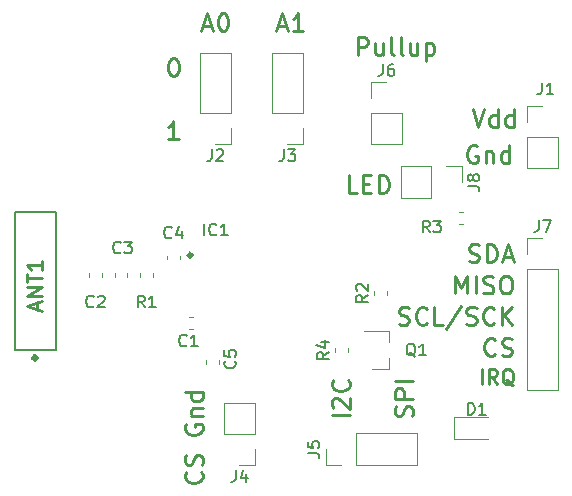
<source format=gbr>
G04 #@! TF.GenerationSoftware,KiCad,Pcbnew,(5.1.5)-2*
G04 #@! TF.CreationDate,2020-04-02T22:08:23-06:00*
G04 #@! TF.ProjectId,AS3935,41533339-3335-42e6-9b69-6361645f7063,rev?*
G04 #@! TF.SameCoordinates,Original*
G04 #@! TF.FileFunction,Legend,Top*
G04 #@! TF.FilePolarity,Positive*
%FSLAX46Y46*%
G04 Gerber Fmt 4.6, Leading zero omitted, Abs format (unit mm)*
G04 Created by KiCad (PCBNEW (5.1.5)-2) date 2020-04-02 22:08:23*
%MOMM*%
%LPD*%
G04 APERTURE LIST*
%ADD10C,0.250000*%
%ADD11C,0.120000*%
%ADD12C,0.325000*%
%ADD13C,0.400000*%
%ADD14C,0.200000*%
%ADD15C,0.150000*%
%ADD16C,0.254000*%
%ADD17C,0.100000*%
%ADD18R,1.002000X0.902000*%
%ADD19O,1.802000X1.802000*%
%ADD20R,1.802000X1.802000*%
%ADD21R,2.902000X2.902000*%
%ADD22R,0.452000X0.902000*%
%ADD23R,0.902000X0.452000*%
%ADD24R,3.302000X1.402000*%
G04 APERTURE END LIST*
D10*
X126289714Y-64940571D02*
X125575428Y-64940571D01*
X125575428Y-63440571D01*
X126789714Y-64154857D02*
X127289714Y-64154857D01*
X127504000Y-64940571D02*
X126789714Y-64940571D01*
X126789714Y-63440571D01*
X127504000Y-63440571D01*
X128146857Y-64940571D02*
X128146857Y-63440571D01*
X128504000Y-63440571D01*
X128718285Y-63512000D01*
X128861142Y-63654857D01*
X128932571Y-63797714D01*
X129004000Y-64083428D01*
X129004000Y-64297714D01*
X128932571Y-64583428D01*
X128861142Y-64726285D01*
X128718285Y-64869142D01*
X128504000Y-64940571D01*
X128146857Y-64940571D01*
X136449714Y-60972000D02*
X136306857Y-60900571D01*
X136092571Y-60900571D01*
X135878285Y-60972000D01*
X135735428Y-61114857D01*
X135664000Y-61257714D01*
X135592571Y-61543428D01*
X135592571Y-61757714D01*
X135664000Y-62043428D01*
X135735428Y-62186285D01*
X135878285Y-62329142D01*
X136092571Y-62400571D01*
X136235428Y-62400571D01*
X136449714Y-62329142D01*
X136521142Y-62257714D01*
X136521142Y-61757714D01*
X136235428Y-61757714D01*
X137164000Y-61400571D02*
X137164000Y-62400571D01*
X137164000Y-61543428D02*
X137235428Y-61472000D01*
X137378285Y-61400571D01*
X137592571Y-61400571D01*
X137735428Y-61472000D01*
X137806857Y-61614857D01*
X137806857Y-62400571D01*
X139164000Y-62400571D02*
X139164000Y-60900571D01*
X139164000Y-62329142D02*
X139021142Y-62400571D01*
X138735428Y-62400571D01*
X138592571Y-62329142D01*
X138521142Y-62257714D01*
X138449714Y-62114857D01*
X138449714Y-61686285D01*
X138521142Y-61543428D01*
X138592571Y-61472000D01*
X138735428Y-61400571D01*
X139021142Y-61400571D01*
X139164000Y-61472000D01*
X136064857Y-57852571D02*
X136564857Y-59352571D01*
X137064857Y-57852571D01*
X138207714Y-59352571D02*
X138207714Y-57852571D01*
X138207714Y-59281142D02*
X138064857Y-59352571D01*
X137779142Y-59352571D01*
X137636285Y-59281142D01*
X137564857Y-59209714D01*
X137493428Y-59066857D01*
X137493428Y-58638285D01*
X137564857Y-58495428D01*
X137636285Y-58424000D01*
X137779142Y-58352571D01*
X138064857Y-58352571D01*
X138207714Y-58424000D01*
X139564857Y-59352571D02*
X139564857Y-57852571D01*
X139564857Y-59281142D02*
X139422000Y-59352571D01*
X139136285Y-59352571D01*
X138993428Y-59281142D01*
X138922000Y-59209714D01*
X138850571Y-59066857D01*
X138850571Y-58638285D01*
X138922000Y-58495428D01*
X138993428Y-58424000D01*
X139136285Y-58352571D01*
X139422000Y-58352571D01*
X139564857Y-58424000D01*
X136834286Y-81083476D02*
X136834286Y-79833476D01*
X138143809Y-81083476D02*
X137727143Y-80488238D01*
X137429524Y-81083476D02*
X137429524Y-79833476D01*
X137905714Y-79833476D01*
X138024762Y-79893000D01*
X138084286Y-79952523D01*
X138143809Y-80071571D01*
X138143809Y-80250142D01*
X138084286Y-80369190D01*
X138024762Y-80428714D01*
X137905714Y-80488238D01*
X137429524Y-80488238D01*
X139512857Y-81202523D02*
X139393809Y-81143000D01*
X139274762Y-81023952D01*
X139096190Y-80845380D01*
X138977143Y-80785857D01*
X138858095Y-80785857D01*
X138917619Y-81083476D02*
X138798571Y-81023952D01*
X138679524Y-80904904D01*
X138620000Y-80666809D01*
X138620000Y-80250142D01*
X138679524Y-80012047D01*
X138798571Y-79893000D01*
X138917619Y-79833476D01*
X139155714Y-79833476D01*
X139274762Y-79893000D01*
X139393809Y-80012047D01*
X139453333Y-80250142D01*
X139453333Y-80666809D01*
X139393809Y-80904904D01*
X139274762Y-81023952D01*
X139155714Y-81083476D01*
X138917619Y-81083476D01*
X137977143Y-78585214D02*
X137905714Y-78656642D01*
X137691428Y-78728071D01*
X137548571Y-78728071D01*
X137334285Y-78656642D01*
X137191428Y-78513785D01*
X137120000Y-78370928D01*
X137048571Y-78085214D01*
X137048571Y-77870928D01*
X137120000Y-77585214D01*
X137191428Y-77442357D01*
X137334285Y-77299500D01*
X137548571Y-77228071D01*
X137691428Y-77228071D01*
X137905714Y-77299500D01*
X137977143Y-77370928D01*
X138548571Y-78656642D02*
X138762857Y-78728071D01*
X139120000Y-78728071D01*
X139262857Y-78656642D01*
X139334285Y-78585214D01*
X139405714Y-78442357D01*
X139405714Y-78299500D01*
X139334285Y-78156642D01*
X139262857Y-78085214D01*
X139120000Y-78013785D01*
X138834285Y-77942357D01*
X138691428Y-77870928D01*
X138620000Y-77799500D01*
X138548571Y-77656642D01*
X138548571Y-77513785D01*
X138620000Y-77370928D01*
X138691428Y-77299500D01*
X138834285Y-77228071D01*
X139191428Y-77228071D01*
X139405714Y-77299500D01*
X129834285Y-76008142D02*
X130048571Y-76079571D01*
X130405714Y-76079571D01*
X130548571Y-76008142D01*
X130620000Y-75936714D01*
X130691428Y-75793857D01*
X130691428Y-75651000D01*
X130620000Y-75508142D01*
X130548571Y-75436714D01*
X130405714Y-75365285D01*
X130120000Y-75293857D01*
X129977142Y-75222428D01*
X129905714Y-75151000D01*
X129834285Y-75008142D01*
X129834285Y-74865285D01*
X129905714Y-74722428D01*
X129977142Y-74651000D01*
X130120000Y-74579571D01*
X130477142Y-74579571D01*
X130691428Y-74651000D01*
X132191428Y-75936714D02*
X132120000Y-76008142D01*
X131905714Y-76079571D01*
X131762857Y-76079571D01*
X131548571Y-76008142D01*
X131405714Y-75865285D01*
X131334285Y-75722428D01*
X131262857Y-75436714D01*
X131262857Y-75222428D01*
X131334285Y-74936714D01*
X131405714Y-74793857D01*
X131548571Y-74651000D01*
X131762857Y-74579571D01*
X131905714Y-74579571D01*
X132120000Y-74651000D01*
X132191428Y-74722428D01*
X133548571Y-76079571D02*
X132834285Y-76079571D01*
X132834285Y-74579571D01*
X135120000Y-74508142D02*
X133834285Y-76436714D01*
X135548571Y-76008142D02*
X135762857Y-76079571D01*
X136120000Y-76079571D01*
X136262857Y-76008142D01*
X136334285Y-75936714D01*
X136405714Y-75793857D01*
X136405714Y-75651000D01*
X136334285Y-75508142D01*
X136262857Y-75436714D01*
X136120000Y-75365285D01*
X135834285Y-75293857D01*
X135691428Y-75222428D01*
X135620000Y-75151000D01*
X135548571Y-75008142D01*
X135548571Y-74865285D01*
X135620000Y-74722428D01*
X135691428Y-74651000D01*
X135834285Y-74579571D01*
X136191428Y-74579571D01*
X136405714Y-74651000D01*
X137905714Y-75936714D02*
X137834285Y-76008142D01*
X137620000Y-76079571D01*
X137477142Y-76079571D01*
X137262857Y-76008142D01*
X137120000Y-75865285D01*
X137048571Y-75722428D01*
X136977142Y-75436714D01*
X136977142Y-75222428D01*
X137048571Y-74936714D01*
X137120000Y-74793857D01*
X137262857Y-74651000D01*
X137477142Y-74579571D01*
X137620000Y-74579571D01*
X137834285Y-74651000D01*
X137905714Y-74722428D01*
X138548571Y-76079571D02*
X138548571Y-74579571D01*
X139405714Y-76079571D02*
X138762857Y-75222428D01*
X139405714Y-74579571D02*
X138548571Y-75436714D01*
X134620000Y-73431071D02*
X134620000Y-71931071D01*
X135120000Y-73002500D01*
X135620000Y-71931071D01*
X135620000Y-73431071D01*
X136334285Y-73431071D02*
X136334285Y-71931071D01*
X136977143Y-73359642D02*
X137191428Y-73431071D01*
X137548571Y-73431071D01*
X137691428Y-73359642D01*
X137762857Y-73288214D01*
X137834285Y-73145357D01*
X137834285Y-73002500D01*
X137762857Y-72859642D01*
X137691428Y-72788214D01*
X137548571Y-72716785D01*
X137262857Y-72645357D01*
X137120000Y-72573928D01*
X137048571Y-72502500D01*
X136977143Y-72359642D01*
X136977143Y-72216785D01*
X137048571Y-72073928D01*
X137120000Y-72002500D01*
X137262857Y-71931071D01*
X137620000Y-71931071D01*
X137834285Y-72002500D01*
X138762857Y-71931071D02*
X139048571Y-71931071D01*
X139191428Y-72002500D01*
X139334285Y-72145357D01*
X139405714Y-72431071D01*
X139405714Y-72931071D01*
X139334285Y-73216785D01*
X139191428Y-73359642D01*
X139048571Y-73431071D01*
X138762857Y-73431071D01*
X138620000Y-73359642D01*
X138477143Y-73216785D01*
X138405714Y-72931071D01*
X138405714Y-72431071D01*
X138477143Y-72145357D01*
X138620000Y-72002500D01*
X138762857Y-71931071D01*
X135762857Y-70711142D02*
X135977143Y-70782571D01*
X136334286Y-70782571D01*
X136477143Y-70711142D01*
X136548571Y-70639714D01*
X136620000Y-70496857D01*
X136620000Y-70354000D01*
X136548571Y-70211142D01*
X136477143Y-70139714D01*
X136334286Y-70068285D01*
X136048571Y-69996857D01*
X135905714Y-69925428D01*
X135834286Y-69854000D01*
X135762857Y-69711142D01*
X135762857Y-69568285D01*
X135834286Y-69425428D01*
X135905714Y-69354000D01*
X136048571Y-69282571D01*
X136405714Y-69282571D01*
X136620000Y-69354000D01*
X137262857Y-70782571D02*
X137262857Y-69282571D01*
X137620000Y-69282571D01*
X137834286Y-69354000D01*
X137977143Y-69496857D01*
X138048571Y-69639714D01*
X138120000Y-69925428D01*
X138120000Y-70139714D01*
X138048571Y-70425428D01*
X137977143Y-70568285D01*
X137834286Y-70711142D01*
X137620000Y-70782571D01*
X137262857Y-70782571D01*
X138691428Y-70354000D02*
X139405714Y-70354000D01*
X138548571Y-70782571D02*
X139048571Y-69282571D01*
X139548571Y-70782571D01*
X111172571Y-60368571D02*
X110315428Y-60368571D01*
X110744000Y-60368571D02*
X110744000Y-58868571D01*
X110601142Y-59082857D01*
X110458285Y-59225714D01*
X110315428Y-59297142D01*
X110672571Y-53534571D02*
X110815428Y-53534571D01*
X110958285Y-53606000D01*
X111029714Y-53677428D01*
X111101142Y-53820285D01*
X111172571Y-54106000D01*
X111172571Y-54463142D01*
X111101142Y-54748857D01*
X111029714Y-54891714D01*
X110958285Y-54963142D01*
X110815428Y-55034571D01*
X110672571Y-55034571D01*
X110529714Y-54963142D01*
X110458285Y-54891714D01*
X110386857Y-54748857D01*
X110315428Y-54463142D01*
X110315428Y-54106000D01*
X110386857Y-53820285D01*
X110458285Y-53677428D01*
X110529714Y-53606000D01*
X110672571Y-53534571D01*
X119578571Y-50796000D02*
X120292857Y-50796000D01*
X119435714Y-51224571D02*
X119935714Y-49724571D01*
X120435714Y-51224571D01*
X121721428Y-51224571D02*
X120864285Y-51224571D01*
X121292857Y-51224571D02*
X121292857Y-49724571D01*
X121150000Y-49938857D01*
X121007142Y-50081714D01*
X120864285Y-50153142D01*
X113228571Y-50796000D02*
X113942857Y-50796000D01*
X113085714Y-51224571D02*
X113585714Y-49724571D01*
X114085714Y-51224571D01*
X114871428Y-49724571D02*
X115014285Y-49724571D01*
X115157142Y-49796000D01*
X115228571Y-49867428D01*
X115300000Y-50010285D01*
X115371428Y-50296000D01*
X115371428Y-50653142D01*
X115300000Y-50938857D01*
X115228571Y-51081714D01*
X115157142Y-51153142D01*
X115014285Y-51224571D01*
X114871428Y-51224571D01*
X114728571Y-51153142D01*
X114657142Y-51081714D01*
X114585714Y-50938857D01*
X114514285Y-50653142D01*
X114514285Y-50296000D01*
X114585714Y-50010285D01*
X114657142Y-49867428D01*
X114728571Y-49796000D01*
X114871428Y-49724571D01*
X126325714Y-53256571D02*
X126325714Y-51756571D01*
X126897142Y-51756571D01*
X127040000Y-51828000D01*
X127111428Y-51899428D01*
X127182857Y-52042285D01*
X127182857Y-52256571D01*
X127111428Y-52399428D01*
X127040000Y-52470857D01*
X126897142Y-52542285D01*
X126325714Y-52542285D01*
X128468571Y-52256571D02*
X128468571Y-53256571D01*
X127825714Y-52256571D02*
X127825714Y-53042285D01*
X127897142Y-53185142D01*
X128040000Y-53256571D01*
X128254285Y-53256571D01*
X128397142Y-53185142D01*
X128468571Y-53113714D01*
X129397142Y-53256571D02*
X129254285Y-53185142D01*
X129182857Y-53042285D01*
X129182857Y-51756571D01*
X130182857Y-53256571D02*
X130040000Y-53185142D01*
X129968571Y-53042285D01*
X129968571Y-51756571D01*
X131397142Y-52256571D02*
X131397142Y-53256571D01*
X130754285Y-52256571D02*
X130754285Y-53042285D01*
X130825714Y-53185142D01*
X130968571Y-53256571D01*
X131182857Y-53256571D01*
X131325714Y-53185142D01*
X131397142Y-53113714D01*
X132111428Y-52256571D02*
X132111428Y-53756571D01*
X132111428Y-52328000D02*
X132254285Y-52256571D01*
X132540000Y-52256571D01*
X132682857Y-52328000D01*
X132754285Y-52399428D01*
X132825714Y-52542285D01*
X132825714Y-52970857D01*
X132754285Y-53113714D01*
X132682857Y-53185142D01*
X132540000Y-53256571D01*
X132254285Y-53256571D01*
X132111428Y-53185142D01*
X130909142Y-83831714D02*
X130980571Y-83617428D01*
X130980571Y-83260285D01*
X130909142Y-83117428D01*
X130837714Y-83046000D01*
X130694857Y-82974571D01*
X130552000Y-82974571D01*
X130409142Y-83046000D01*
X130337714Y-83117428D01*
X130266285Y-83260285D01*
X130194857Y-83546000D01*
X130123428Y-83688857D01*
X130052000Y-83760285D01*
X129909142Y-83831714D01*
X129766285Y-83831714D01*
X129623428Y-83760285D01*
X129552000Y-83688857D01*
X129480571Y-83546000D01*
X129480571Y-83188857D01*
X129552000Y-82974571D01*
X130980571Y-82331714D02*
X129480571Y-82331714D01*
X129480571Y-81760285D01*
X129552000Y-81617428D01*
X129623428Y-81546000D01*
X129766285Y-81474571D01*
X129980571Y-81474571D01*
X130123428Y-81546000D01*
X130194857Y-81617428D01*
X130266285Y-81760285D01*
X130266285Y-82331714D01*
X130980571Y-80831714D02*
X129480571Y-80831714D01*
X125646571Y-83760285D02*
X124146571Y-83760285D01*
X124289428Y-83117428D02*
X124218000Y-83046000D01*
X124146571Y-82903142D01*
X124146571Y-82546000D01*
X124218000Y-82403142D01*
X124289428Y-82331714D01*
X124432285Y-82260285D01*
X124575142Y-82260285D01*
X124789428Y-82331714D01*
X125646571Y-83188857D01*
X125646571Y-82260285D01*
X125503714Y-80760285D02*
X125575142Y-80831714D01*
X125646571Y-81046000D01*
X125646571Y-81188857D01*
X125575142Y-81403142D01*
X125432285Y-81546000D01*
X125289428Y-81617428D01*
X125003714Y-81688857D01*
X124789428Y-81688857D01*
X124503714Y-81617428D01*
X124360857Y-81546000D01*
X124218000Y-81403142D01*
X124146571Y-81188857D01*
X124146571Y-81046000D01*
X124218000Y-80831714D01*
X124289428Y-80760285D01*
X113057714Y-88526571D02*
X113129142Y-88598000D01*
X113200571Y-88812285D01*
X113200571Y-88955142D01*
X113129142Y-89169428D01*
X112986285Y-89312285D01*
X112843428Y-89383714D01*
X112557714Y-89455142D01*
X112343428Y-89455142D01*
X112057714Y-89383714D01*
X111914857Y-89312285D01*
X111772000Y-89169428D01*
X111700571Y-88955142D01*
X111700571Y-88812285D01*
X111772000Y-88598000D01*
X111843428Y-88526571D01*
X113129142Y-87955142D02*
X113200571Y-87740857D01*
X113200571Y-87383714D01*
X113129142Y-87240857D01*
X113057714Y-87169428D01*
X112914857Y-87098000D01*
X112772000Y-87098000D01*
X112629142Y-87169428D01*
X112557714Y-87240857D01*
X112486285Y-87383714D01*
X112414857Y-87669428D01*
X112343428Y-87812285D01*
X112272000Y-87883714D01*
X112129142Y-87955142D01*
X111986285Y-87955142D01*
X111843428Y-87883714D01*
X111772000Y-87812285D01*
X111700571Y-87669428D01*
X111700571Y-87312285D01*
X111772000Y-87098000D01*
X111772000Y-84526571D02*
X111700571Y-84669428D01*
X111700571Y-84883714D01*
X111772000Y-85098000D01*
X111914857Y-85240857D01*
X112057714Y-85312285D01*
X112343428Y-85383714D01*
X112557714Y-85383714D01*
X112843428Y-85312285D01*
X112986285Y-85240857D01*
X113129142Y-85098000D01*
X113200571Y-84883714D01*
X113200571Y-84740857D01*
X113129142Y-84526571D01*
X113057714Y-84455142D01*
X112557714Y-84455142D01*
X112557714Y-84740857D01*
X112200571Y-83812285D02*
X113200571Y-83812285D01*
X112343428Y-83812285D02*
X112272000Y-83740857D01*
X112200571Y-83598000D01*
X112200571Y-83383714D01*
X112272000Y-83240857D01*
X112414857Y-83169428D01*
X113200571Y-83169428D01*
X113200571Y-81812285D02*
X111700571Y-81812285D01*
X113129142Y-81812285D02*
X113200571Y-81955142D01*
X113200571Y-82240857D01*
X113129142Y-82383714D01*
X113057714Y-82455142D01*
X112914857Y-82526571D01*
X112486285Y-82526571D01*
X112343428Y-82455142D01*
X112272000Y-82383714D01*
X112200571Y-82240857D01*
X112200571Y-81955142D01*
X112272000Y-81812285D01*
D11*
X124458000Y-78069221D02*
X124458000Y-78394779D01*
X125478000Y-78069221D02*
X125478000Y-78394779D01*
X134939721Y-67566000D02*
X135265279Y-67566000D01*
X134939721Y-66546000D02*
X135265279Y-66546000D01*
X129030000Y-79812000D02*
X127570000Y-79812000D01*
X129030000Y-76652000D02*
X126870000Y-76652000D01*
X129030000Y-76652000D02*
X129030000Y-77582000D01*
X129030000Y-79812000D02*
X129030000Y-78882000D01*
X135188000Y-62678000D02*
X135188000Y-64008000D01*
X133858000Y-62678000D02*
X135188000Y-62678000D01*
X132588000Y-62678000D02*
X132588000Y-65338000D01*
X132588000Y-65338000D02*
X129988000Y-65338000D01*
X132588000Y-62678000D02*
X129988000Y-62678000D01*
X129988000Y-62678000D02*
X129988000Y-65338000D01*
X134513000Y-85746000D02*
X137398000Y-85746000D01*
X134513000Y-83926000D02*
X134513000Y-85746000D01*
X137398000Y-83926000D02*
X134513000Y-83926000D01*
X127760000Y-73243221D02*
X127760000Y-73568779D01*
X128780000Y-73243221D02*
X128780000Y-73568779D01*
X107948000Y-71719221D02*
X107948000Y-72044779D01*
X108968000Y-71719221D02*
X108968000Y-72044779D01*
X113536000Y-79085221D02*
X113536000Y-79410779D01*
X114556000Y-79085221D02*
X114556000Y-79410779D01*
X111254000Y-70546279D02*
X111254000Y-70220721D01*
X110234000Y-70546279D02*
X110234000Y-70220721D01*
X105789000Y-71719221D02*
X105789000Y-72044779D01*
X106809000Y-71719221D02*
X106809000Y-72044779D01*
X103630000Y-71719221D02*
X103630000Y-72044779D01*
X104650000Y-71719221D02*
X104650000Y-72044779D01*
X112405279Y-75436000D02*
X112079721Y-75436000D01*
X112405279Y-76456000D02*
X112079721Y-76456000D01*
X140656000Y-68774000D02*
X141986000Y-68774000D01*
X140656000Y-70104000D02*
X140656000Y-68774000D01*
X140656000Y-71374000D02*
X143316000Y-71374000D01*
X143316000Y-71374000D02*
X143316000Y-81594000D01*
X140656000Y-71374000D02*
X140656000Y-81594000D01*
X140656000Y-81594000D02*
X143316000Y-81594000D01*
X127448000Y-55566000D02*
X128778000Y-55566000D01*
X127448000Y-56896000D02*
X127448000Y-55566000D01*
X127448000Y-58166000D02*
X130108000Y-58166000D01*
X130108000Y-58166000D02*
X130108000Y-60766000D01*
X127448000Y-58166000D02*
X127448000Y-60766000D01*
X127448000Y-60766000D02*
X130108000Y-60766000D01*
X123638000Y-87944000D02*
X123638000Y-86614000D01*
X124968000Y-87944000D02*
X123638000Y-87944000D01*
X126238000Y-87944000D02*
X126238000Y-85284000D01*
X126238000Y-85284000D02*
X131378000Y-85284000D01*
X126238000Y-87944000D02*
X131378000Y-87944000D01*
X131378000Y-87944000D02*
X131378000Y-85284000D01*
X117662000Y-87944000D02*
X116332000Y-87944000D01*
X117662000Y-86614000D02*
X117662000Y-87944000D01*
X117662000Y-85344000D02*
X115002000Y-85344000D01*
X115002000Y-85344000D02*
X115002000Y-82744000D01*
X117662000Y-85344000D02*
X117662000Y-82744000D01*
X117662000Y-82744000D02*
X115002000Y-82744000D01*
X121726000Y-60776000D02*
X120396000Y-60776000D01*
X121726000Y-59446000D02*
X121726000Y-60776000D01*
X121726000Y-58176000D02*
X119066000Y-58176000D01*
X119066000Y-58176000D02*
X119066000Y-53036000D01*
X121726000Y-58176000D02*
X121726000Y-53036000D01*
X121726000Y-53036000D02*
X119066000Y-53036000D01*
X115630000Y-60776000D02*
X114300000Y-60776000D01*
X115630000Y-59446000D02*
X115630000Y-60776000D01*
X115630000Y-58176000D02*
X112970000Y-58176000D01*
X112970000Y-58176000D02*
X112970000Y-53036000D01*
X115630000Y-58176000D02*
X115630000Y-53036000D01*
X115630000Y-53036000D02*
X112970000Y-53036000D01*
X140656000Y-57598000D02*
X141986000Y-57598000D01*
X140656000Y-58928000D02*
X140656000Y-57598000D01*
X140656000Y-60198000D02*
X143316000Y-60198000D01*
X143316000Y-60198000D02*
X143316000Y-62798000D01*
X140656000Y-60198000D02*
X140656000Y-62798000D01*
X140656000Y-62798000D02*
X143316000Y-62798000D01*
D12*
X112316000Y-70186000D02*
G75*
G03X112316000Y-70186000I-162500J0D01*
G01*
D13*
X99142690Y-78885000D02*
G75*
G03X99142690Y-78885000I-141690J0D01*
G01*
D14*
X97310000Y-66540000D02*
X97310000Y-78240000D01*
X100810000Y-66540000D02*
X97310000Y-66540000D01*
X100810000Y-78240000D02*
X100810000Y-66540000D01*
X97310000Y-78240000D02*
X100810000Y-78240000D01*
D15*
X123896380Y-78398666D02*
X123420190Y-78732000D01*
X123896380Y-78970095D02*
X122896380Y-78970095D01*
X122896380Y-78589142D01*
X122944000Y-78493904D01*
X122991619Y-78446285D01*
X123086857Y-78398666D01*
X123229714Y-78398666D01*
X123324952Y-78446285D01*
X123372571Y-78493904D01*
X123420190Y-78589142D01*
X123420190Y-78970095D01*
X123229714Y-77541523D02*
X123896380Y-77541523D01*
X122848761Y-77779619D02*
X123563047Y-78017714D01*
X123563047Y-77398666D01*
X132421333Y-68270380D02*
X132088000Y-67794190D01*
X131849904Y-68270380D02*
X131849904Y-67270380D01*
X132230857Y-67270380D01*
X132326095Y-67318000D01*
X132373714Y-67365619D01*
X132421333Y-67460857D01*
X132421333Y-67603714D01*
X132373714Y-67698952D01*
X132326095Y-67746571D01*
X132230857Y-67794190D01*
X131849904Y-67794190D01*
X132754666Y-67270380D02*
X133373714Y-67270380D01*
X133040380Y-67651333D01*
X133183238Y-67651333D01*
X133278476Y-67698952D01*
X133326095Y-67746571D01*
X133373714Y-67841809D01*
X133373714Y-68079904D01*
X133326095Y-68175142D01*
X133278476Y-68222761D01*
X133183238Y-68270380D01*
X132897523Y-68270380D01*
X132802285Y-68222761D01*
X132754666Y-68175142D01*
X131222761Y-78779619D02*
X131127523Y-78732000D01*
X131032285Y-78636761D01*
X130889428Y-78493904D01*
X130794190Y-78446285D01*
X130698952Y-78446285D01*
X130746571Y-78684380D02*
X130651333Y-78636761D01*
X130556095Y-78541523D01*
X130508476Y-78351047D01*
X130508476Y-78017714D01*
X130556095Y-77827238D01*
X130651333Y-77732000D01*
X130746571Y-77684380D01*
X130937047Y-77684380D01*
X131032285Y-77732000D01*
X131127523Y-77827238D01*
X131175142Y-78017714D01*
X131175142Y-78351047D01*
X131127523Y-78541523D01*
X131032285Y-78636761D01*
X130937047Y-78684380D01*
X130746571Y-78684380D01*
X132127523Y-78684380D02*
X131556095Y-78684380D01*
X131841809Y-78684380D02*
X131841809Y-77684380D01*
X131746571Y-77827238D01*
X131651333Y-77922476D01*
X131556095Y-77970095D01*
X135640380Y-64341333D02*
X136354666Y-64341333D01*
X136497523Y-64388952D01*
X136592761Y-64484190D01*
X136640380Y-64627047D01*
X136640380Y-64722285D01*
X136068952Y-63722285D02*
X136021333Y-63817523D01*
X135973714Y-63865142D01*
X135878476Y-63912761D01*
X135830857Y-63912761D01*
X135735619Y-63865142D01*
X135688000Y-63817523D01*
X135640380Y-63722285D01*
X135640380Y-63531809D01*
X135688000Y-63436571D01*
X135735619Y-63388952D01*
X135830857Y-63341333D01*
X135878476Y-63341333D01*
X135973714Y-63388952D01*
X136021333Y-63436571D01*
X136068952Y-63531809D01*
X136068952Y-63722285D01*
X136116571Y-63817523D01*
X136164190Y-63865142D01*
X136259428Y-63912761D01*
X136449904Y-63912761D01*
X136545142Y-63865142D01*
X136592761Y-63817523D01*
X136640380Y-63722285D01*
X136640380Y-63531809D01*
X136592761Y-63436571D01*
X136545142Y-63388952D01*
X136449904Y-63341333D01*
X136259428Y-63341333D01*
X136164190Y-63388952D01*
X136116571Y-63436571D01*
X136068952Y-63531809D01*
X135659904Y-83688380D02*
X135659904Y-82688380D01*
X135898000Y-82688380D01*
X136040857Y-82736000D01*
X136136095Y-82831238D01*
X136183714Y-82926476D01*
X136231333Y-83116952D01*
X136231333Y-83259809D01*
X136183714Y-83450285D01*
X136136095Y-83545523D01*
X136040857Y-83640761D01*
X135898000Y-83688380D01*
X135659904Y-83688380D01*
X137183714Y-83688380D02*
X136612285Y-83688380D01*
X136898000Y-83688380D02*
X136898000Y-82688380D01*
X136802761Y-82831238D01*
X136707523Y-82926476D01*
X136612285Y-82974095D01*
X127198380Y-73572666D02*
X126722190Y-73906000D01*
X127198380Y-74144095D02*
X126198380Y-74144095D01*
X126198380Y-73763142D01*
X126246000Y-73667904D01*
X126293619Y-73620285D01*
X126388857Y-73572666D01*
X126531714Y-73572666D01*
X126626952Y-73620285D01*
X126674571Y-73667904D01*
X126722190Y-73763142D01*
X126722190Y-74144095D01*
X126293619Y-73191714D02*
X126246000Y-73144095D01*
X126198380Y-73048857D01*
X126198380Y-72810761D01*
X126246000Y-72715523D01*
X126293619Y-72667904D01*
X126388857Y-72620285D01*
X126484095Y-72620285D01*
X126626952Y-72667904D01*
X127198380Y-73239333D01*
X127198380Y-72620285D01*
X108291333Y-74620380D02*
X107958000Y-74144190D01*
X107719904Y-74620380D02*
X107719904Y-73620380D01*
X108100857Y-73620380D01*
X108196095Y-73668000D01*
X108243714Y-73715619D01*
X108291333Y-73810857D01*
X108291333Y-73953714D01*
X108243714Y-74048952D01*
X108196095Y-74096571D01*
X108100857Y-74144190D01*
X107719904Y-74144190D01*
X109243714Y-74620380D02*
X108672285Y-74620380D01*
X108958000Y-74620380D02*
X108958000Y-73620380D01*
X108862761Y-73763238D01*
X108767523Y-73858476D01*
X108672285Y-73906095D01*
X115927142Y-79160666D02*
X115974761Y-79208285D01*
X116022380Y-79351142D01*
X116022380Y-79446380D01*
X115974761Y-79589238D01*
X115879523Y-79684476D01*
X115784285Y-79732095D01*
X115593809Y-79779714D01*
X115450952Y-79779714D01*
X115260476Y-79732095D01*
X115165238Y-79684476D01*
X115070000Y-79589238D01*
X115022380Y-79446380D01*
X115022380Y-79351142D01*
X115070000Y-79208285D01*
X115117619Y-79160666D01*
X115022380Y-78255904D02*
X115022380Y-78732095D01*
X115498571Y-78779714D01*
X115450952Y-78732095D01*
X115403333Y-78636857D01*
X115403333Y-78398761D01*
X115450952Y-78303523D01*
X115498571Y-78255904D01*
X115593809Y-78208285D01*
X115831904Y-78208285D01*
X115927142Y-78255904D01*
X115974761Y-78303523D01*
X116022380Y-78398761D01*
X116022380Y-78636857D01*
X115974761Y-78732095D01*
X115927142Y-78779714D01*
X110577333Y-68683142D02*
X110529714Y-68730761D01*
X110386857Y-68778380D01*
X110291619Y-68778380D01*
X110148761Y-68730761D01*
X110053523Y-68635523D01*
X110005904Y-68540285D01*
X109958285Y-68349809D01*
X109958285Y-68206952D01*
X110005904Y-68016476D01*
X110053523Y-67921238D01*
X110148761Y-67826000D01*
X110291619Y-67778380D01*
X110386857Y-67778380D01*
X110529714Y-67826000D01*
X110577333Y-67873619D01*
X111434476Y-68111714D02*
X111434476Y-68778380D01*
X111196380Y-67730761D02*
X110958285Y-68445047D01*
X111577333Y-68445047D01*
X106259333Y-69953142D02*
X106211714Y-70000761D01*
X106068857Y-70048380D01*
X105973619Y-70048380D01*
X105830761Y-70000761D01*
X105735523Y-69905523D01*
X105687904Y-69810285D01*
X105640285Y-69619809D01*
X105640285Y-69476952D01*
X105687904Y-69286476D01*
X105735523Y-69191238D01*
X105830761Y-69096000D01*
X105973619Y-69048380D01*
X106068857Y-69048380D01*
X106211714Y-69096000D01*
X106259333Y-69143619D01*
X106592666Y-69048380D02*
X107211714Y-69048380D01*
X106878380Y-69429333D01*
X107021238Y-69429333D01*
X107116476Y-69476952D01*
X107164095Y-69524571D01*
X107211714Y-69619809D01*
X107211714Y-69857904D01*
X107164095Y-69953142D01*
X107116476Y-70000761D01*
X107021238Y-70048380D01*
X106735523Y-70048380D01*
X106640285Y-70000761D01*
X106592666Y-69953142D01*
X103973333Y-74525142D02*
X103925714Y-74572761D01*
X103782857Y-74620380D01*
X103687619Y-74620380D01*
X103544761Y-74572761D01*
X103449523Y-74477523D01*
X103401904Y-74382285D01*
X103354285Y-74191809D01*
X103354285Y-74048952D01*
X103401904Y-73858476D01*
X103449523Y-73763238D01*
X103544761Y-73668000D01*
X103687619Y-73620380D01*
X103782857Y-73620380D01*
X103925714Y-73668000D01*
X103973333Y-73715619D01*
X104354285Y-73715619D02*
X104401904Y-73668000D01*
X104497142Y-73620380D01*
X104735238Y-73620380D01*
X104830476Y-73668000D01*
X104878095Y-73715619D01*
X104925714Y-73810857D01*
X104925714Y-73906095D01*
X104878095Y-74048952D01*
X104306666Y-74620380D01*
X104925714Y-74620380D01*
X111847333Y-77827142D02*
X111799714Y-77874761D01*
X111656857Y-77922380D01*
X111561619Y-77922380D01*
X111418761Y-77874761D01*
X111323523Y-77779523D01*
X111275904Y-77684285D01*
X111228285Y-77493809D01*
X111228285Y-77350952D01*
X111275904Y-77160476D01*
X111323523Y-77065238D01*
X111418761Y-76970000D01*
X111561619Y-76922380D01*
X111656857Y-76922380D01*
X111799714Y-76970000D01*
X111847333Y-77017619D01*
X112799714Y-77922380D02*
X112228285Y-77922380D01*
X112514000Y-77922380D02*
X112514000Y-76922380D01*
X112418761Y-77065238D01*
X112323523Y-77160476D01*
X112228285Y-77208095D01*
X141652666Y-67226380D02*
X141652666Y-67940666D01*
X141605047Y-68083523D01*
X141509809Y-68178761D01*
X141366952Y-68226380D01*
X141271714Y-68226380D01*
X142033619Y-67226380D02*
X142700285Y-67226380D01*
X142271714Y-68226380D01*
X128444666Y-54018380D02*
X128444666Y-54732666D01*
X128397047Y-54875523D01*
X128301809Y-54970761D01*
X128158952Y-55018380D01*
X128063714Y-55018380D01*
X129349428Y-54018380D02*
X129158952Y-54018380D01*
X129063714Y-54066000D01*
X129016095Y-54113619D01*
X128920857Y-54256476D01*
X128873238Y-54446952D01*
X128873238Y-54827904D01*
X128920857Y-54923142D01*
X128968476Y-54970761D01*
X129063714Y-55018380D01*
X129254190Y-55018380D01*
X129349428Y-54970761D01*
X129397047Y-54923142D01*
X129444666Y-54827904D01*
X129444666Y-54589809D01*
X129397047Y-54494571D01*
X129349428Y-54446952D01*
X129254190Y-54399333D01*
X129063714Y-54399333D01*
X128968476Y-54446952D01*
X128920857Y-54494571D01*
X128873238Y-54589809D01*
X122090380Y-86947333D02*
X122804666Y-86947333D01*
X122947523Y-86994952D01*
X123042761Y-87090190D01*
X123090380Y-87233047D01*
X123090380Y-87328285D01*
X122090380Y-85994952D02*
X122090380Y-86471142D01*
X122566571Y-86518761D01*
X122518952Y-86471142D01*
X122471333Y-86375904D01*
X122471333Y-86137809D01*
X122518952Y-86042571D01*
X122566571Y-85994952D01*
X122661809Y-85947333D01*
X122899904Y-85947333D01*
X122995142Y-85994952D01*
X123042761Y-86042571D01*
X123090380Y-86137809D01*
X123090380Y-86375904D01*
X123042761Y-86471142D01*
X122995142Y-86518761D01*
X115998666Y-88396380D02*
X115998666Y-89110666D01*
X115951047Y-89253523D01*
X115855809Y-89348761D01*
X115712952Y-89396380D01*
X115617714Y-89396380D01*
X116903428Y-88729714D02*
X116903428Y-89396380D01*
X116665333Y-88348761D02*
X116427238Y-89063047D01*
X117046285Y-89063047D01*
X120062666Y-61228380D02*
X120062666Y-61942666D01*
X120015047Y-62085523D01*
X119919809Y-62180761D01*
X119776952Y-62228380D01*
X119681714Y-62228380D01*
X120443619Y-61228380D02*
X121062666Y-61228380D01*
X120729333Y-61609333D01*
X120872190Y-61609333D01*
X120967428Y-61656952D01*
X121015047Y-61704571D01*
X121062666Y-61799809D01*
X121062666Y-62037904D01*
X121015047Y-62133142D01*
X120967428Y-62180761D01*
X120872190Y-62228380D01*
X120586476Y-62228380D01*
X120491238Y-62180761D01*
X120443619Y-62133142D01*
X113966666Y-61228380D02*
X113966666Y-61942666D01*
X113919047Y-62085523D01*
X113823809Y-62180761D01*
X113680952Y-62228380D01*
X113585714Y-62228380D01*
X114395238Y-61323619D02*
X114442857Y-61276000D01*
X114538095Y-61228380D01*
X114776190Y-61228380D01*
X114871428Y-61276000D01*
X114919047Y-61323619D01*
X114966666Y-61418857D01*
X114966666Y-61514095D01*
X114919047Y-61656952D01*
X114347619Y-62228380D01*
X114966666Y-62228380D01*
X141906666Y-55586380D02*
X141906666Y-56300666D01*
X141859047Y-56443523D01*
X141763809Y-56538761D01*
X141620952Y-56586380D01*
X141525714Y-56586380D01*
X142906666Y-56586380D02*
X142335238Y-56586380D01*
X142620952Y-56586380D02*
X142620952Y-55586380D01*
X142525714Y-55729238D01*
X142430476Y-55824476D01*
X142335238Y-55872095D01*
X113323809Y-68524380D02*
X113323809Y-67524380D01*
X114371428Y-68429142D02*
X114323809Y-68476761D01*
X114180952Y-68524380D01*
X114085714Y-68524380D01*
X113942857Y-68476761D01*
X113847619Y-68381523D01*
X113800000Y-68286285D01*
X113752380Y-68095809D01*
X113752380Y-67952952D01*
X113800000Y-67762476D01*
X113847619Y-67667238D01*
X113942857Y-67572000D01*
X114085714Y-67524380D01*
X114180952Y-67524380D01*
X114323809Y-67572000D01*
X114371428Y-67619619D01*
X115323809Y-68524380D02*
X114752380Y-68524380D01*
X115038095Y-68524380D02*
X115038095Y-67524380D01*
X114942857Y-67667238D01*
X114847619Y-67762476D01*
X114752380Y-67810095D01*
D16*
X99209446Y-74800010D02*
X99209446Y-74195248D01*
X99572303Y-74920962D02*
X98302303Y-74497629D01*
X99572303Y-74074296D01*
X99572303Y-73650962D02*
X98302303Y-73650962D01*
X99572303Y-72925248D01*
X98302303Y-72925248D01*
X98302303Y-72501915D02*
X98302303Y-71776200D01*
X99572303Y-72139058D02*
X98302303Y-72139058D01*
X99572303Y-70687629D02*
X99572303Y-71413343D01*
X99572303Y-71050486D02*
X98302303Y-71050486D01*
X98483732Y-71171439D01*
X98604684Y-71292391D01*
X98665160Y-71413343D01*
%LPC*%
D17*
G36*
X125273691Y-78532176D02*
G01*
X125297401Y-78535693D01*
X125320652Y-78541517D01*
X125343220Y-78549592D01*
X125364889Y-78559841D01*
X125385448Y-78572164D01*
X125404701Y-78586442D01*
X125422461Y-78602539D01*
X125438558Y-78620299D01*
X125452836Y-78639552D01*
X125465159Y-78660111D01*
X125475408Y-78681780D01*
X125483483Y-78704348D01*
X125489307Y-78727599D01*
X125492824Y-78751309D01*
X125494000Y-78775250D01*
X125494000Y-79263750D01*
X125492824Y-79287691D01*
X125489307Y-79311401D01*
X125483483Y-79334652D01*
X125475408Y-79357220D01*
X125465159Y-79378889D01*
X125452836Y-79399448D01*
X125438558Y-79418701D01*
X125422461Y-79436461D01*
X125404701Y-79452558D01*
X125385448Y-79466836D01*
X125364889Y-79479159D01*
X125343220Y-79489408D01*
X125320652Y-79497483D01*
X125297401Y-79503307D01*
X125273691Y-79506824D01*
X125249750Y-79508000D01*
X124686250Y-79508000D01*
X124662309Y-79506824D01*
X124638599Y-79503307D01*
X124615348Y-79497483D01*
X124592780Y-79489408D01*
X124571111Y-79479159D01*
X124550552Y-79466836D01*
X124531299Y-79452558D01*
X124513539Y-79436461D01*
X124497442Y-79418701D01*
X124483164Y-79399448D01*
X124470841Y-79378889D01*
X124460592Y-79357220D01*
X124452517Y-79334652D01*
X124446693Y-79311401D01*
X124443176Y-79287691D01*
X124442000Y-79263750D01*
X124442000Y-78775250D01*
X124443176Y-78751309D01*
X124446693Y-78727599D01*
X124452517Y-78704348D01*
X124460592Y-78681780D01*
X124470841Y-78660111D01*
X124483164Y-78639552D01*
X124497442Y-78620299D01*
X124513539Y-78602539D01*
X124531299Y-78586442D01*
X124550552Y-78572164D01*
X124571111Y-78559841D01*
X124592780Y-78549592D01*
X124615348Y-78541517D01*
X124638599Y-78535693D01*
X124662309Y-78532176D01*
X124686250Y-78531000D01*
X125249750Y-78531000D01*
X125273691Y-78532176D01*
G37*
G36*
X125273691Y-76957176D02*
G01*
X125297401Y-76960693D01*
X125320652Y-76966517D01*
X125343220Y-76974592D01*
X125364889Y-76984841D01*
X125385448Y-76997164D01*
X125404701Y-77011442D01*
X125422461Y-77027539D01*
X125438558Y-77045299D01*
X125452836Y-77064552D01*
X125465159Y-77085111D01*
X125475408Y-77106780D01*
X125483483Y-77129348D01*
X125489307Y-77152599D01*
X125492824Y-77176309D01*
X125494000Y-77200250D01*
X125494000Y-77688750D01*
X125492824Y-77712691D01*
X125489307Y-77736401D01*
X125483483Y-77759652D01*
X125475408Y-77782220D01*
X125465159Y-77803889D01*
X125452836Y-77824448D01*
X125438558Y-77843701D01*
X125422461Y-77861461D01*
X125404701Y-77877558D01*
X125385448Y-77891836D01*
X125364889Y-77904159D01*
X125343220Y-77914408D01*
X125320652Y-77922483D01*
X125297401Y-77928307D01*
X125273691Y-77931824D01*
X125249750Y-77933000D01*
X124686250Y-77933000D01*
X124662309Y-77931824D01*
X124638599Y-77928307D01*
X124615348Y-77922483D01*
X124592780Y-77914408D01*
X124571111Y-77904159D01*
X124550552Y-77891836D01*
X124531299Y-77877558D01*
X124513539Y-77861461D01*
X124497442Y-77843701D01*
X124483164Y-77824448D01*
X124470841Y-77803889D01*
X124460592Y-77782220D01*
X124452517Y-77759652D01*
X124446693Y-77736401D01*
X124443176Y-77712691D01*
X124442000Y-77688750D01*
X124442000Y-77200250D01*
X124443176Y-77176309D01*
X124446693Y-77152599D01*
X124452517Y-77129348D01*
X124460592Y-77106780D01*
X124470841Y-77085111D01*
X124483164Y-77064552D01*
X124497442Y-77045299D01*
X124513539Y-77027539D01*
X124531299Y-77011442D01*
X124550552Y-76997164D01*
X124571111Y-76984841D01*
X124592780Y-76974592D01*
X124615348Y-76966517D01*
X124638599Y-76960693D01*
X124662309Y-76957176D01*
X124686250Y-76956000D01*
X125249750Y-76956000D01*
X125273691Y-76957176D01*
G37*
G36*
X136158191Y-66531176D02*
G01*
X136181901Y-66534693D01*
X136205152Y-66540517D01*
X136227720Y-66548592D01*
X136249389Y-66558841D01*
X136269948Y-66571164D01*
X136289201Y-66585442D01*
X136306961Y-66601539D01*
X136323058Y-66619299D01*
X136337336Y-66638552D01*
X136349659Y-66659111D01*
X136359908Y-66680780D01*
X136367983Y-66703348D01*
X136373807Y-66726599D01*
X136377324Y-66750309D01*
X136378500Y-66774250D01*
X136378500Y-67337750D01*
X136377324Y-67361691D01*
X136373807Y-67385401D01*
X136367983Y-67408652D01*
X136359908Y-67431220D01*
X136349659Y-67452889D01*
X136337336Y-67473448D01*
X136323058Y-67492701D01*
X136306961Y-67510461D01*
X136289201Y-67526558D01*
X136269948Y-67540836D01*
X136249389Y-67553159D01*
X136227720Y-67563408D01*
X136205152Y-67571483D01*
X136181901Y-67577307D01*
X136158191Y-67580824D01*
X136134250Y-67582000D01*
X135645750Y-67582000D01*
X135621809Y-67580824D01*
X135598099Y-67577307D01*
X135574848Y-67571483D01*
X135552280Y-67563408D01*
X135530611Y-67553159D01*
X135510052Y-67540836D01*
X135490799Y-67526558D01*
X135473039Y-67510461D01*
X135456942Y-67492701D01*
X135442664Y-67473448D01*
X135430341Y-67452889D01*
X135420092Y-67431220D01*
X135412017Y-67408652D01*
X135406193Y-67385401D01*
X135402676Y-67361691D01*
X135401500Y-67337750D01*
X135401500Y-66774250D01*
X135402676Y-66750309D01*
X135406193Y-66726599D01*
X135412017Y-66703348D01*
X135420092Y-66680780D01*
X135430341Y-66659111D01*
X135442664Y-66638552D01*
X135456942Y-66619299D01*
X135473039Y-66601539D01*
X135490799Y-66585442D01*
X135510052Y-66571164D01*
X135530611Y-66558841D01*
X135552280Y-66548592D01*
X135574848Y-66540517D01*
X135598099Y-66534693D01*
X135621809Y-66531176D01*
X135645750Y-66530000D01*
X136134250Y-66530000D01*
X136158191Y-66531176D01*
G37*
G36*
X134583191Y-66531176D02*
G01*
X134606901Y-66534693D01*
X134630152Y-66540517D01*
X134652720Y-66548592D01*
X134674389Y-66558841D01*
X134694948Y-66571164D01*
X134714201Y-66585442D01*
X134731961Y-66601539D01*
X134748058Y-66619299D01*
X134762336Y-66638552D01*
X134774659Y-66659111D01*
X134784908Y-66680780D01*
X134792983Y-66703348D01*
X134798807Y-66726599D01*
X134802324Y-66750309D01*
X134803500Y-66774250D01*
X134803500Y-67337750D01*
X134802324Y-67361691D01*
X134798807Y-67385401D01*
X134792983Y-67408652D01*
X134784908Y-67431220D01*
X134774659Y-67452889D01*
X134762336Y-67473448D01*
X134748058Y-67492701D01*
X134731961Y-67510461D01*
X134714201Y-67526558D01*
X134694948Y-67540836D01*
X134674389Y-67553159D01*
X134652720Y-67563408D01*
X134630152Y-67571483D01*
X134606901Y-67577307D01*
X134583191Y-67580824D01*
X134559250Y-67582000D01*
X134070750Y-67582000D01*
X134046809Y-67580824D01*
X134023099Y-67577307D01*
X133999848Y-67571483D01*
X133977280Y-67563408D01*
X133955611Y-67553159D01*
X133935052Y-67540836D01*
X133915799Y-67526558D01*
X133898039Y-67510461D01*
X133881942Y-67492701D01*
X133867664Y-67473448D01*
X133855341Y-67452889D01*
X133845092Y-67431220D01*
X133837017Y-67408652D01*
X133831193Y-67385401D01*
X133827676Y-67361691D01*
X133826500Y-67337750D01*
X133826500Y-66774250D01*
X133827676Y-66750309D01*
X133831193Y-66726599D01*
X133837017Y-66703348D01*
X133845092Y-66680780D01*
X133855341Y-66659111D01*
X133867664Y-66638552D01*
X133881942Y-66619299D01*
X133898039Y-66601539D01*
X133915799Y-66585442D01*
X133935052Y-66571164D01*
X133955611Y-66558841D01*
X133977280Y-66548592D01*
X133999848Y-66540517D01*
X134023099Y-66534693D01*
X134046809Y-66531176D01*
X134070750Y-66530000D01*
X134559250Y-66530000D01*
X134583191Y-66531176D01*
G37*
D18*
X129270000Y-78232000D03*
X127270000Y-79182000D03*
X127270000Y-77282000D03*
D19*
X131318000Y-64008000D03*
D20*
X133858000Y-64008000D03*
D17*
G36*
X137830812Y-84136298D02*
G01*
X137856984Y-84140181D01*
X137882650Y-84146610D01*
X137907562Y-84155523D01*
X137931481Y-84166836D01*
X137954175Y-84180438D01*
X137975427Y-84196200D01*
X137995032Y-84213968D01*
X138012800Y-84233573D01*
X138028562Y-84254825D01*
X138042164Y-84277519D01*
X138053477Y-84301438D01*
X138062390Y-84326350D01*
X138068819Y-84352016D01*
X138072702Y-84378188D01*
X138074000Y-84404615D01*
X138074000Y-85267385D01*
X138072702Y-85293812D01*
X138068819Y-85319984D01*
X138062390Y-85345650D01*
X138053477Y-85370562D01*
X138042164Y-85394481D01*
X138028562Y-85417175D01*
X138012800Y-85438427D01*
X137995032Y-85458032D01*
X137975427Y-85475800D01*
X137954175Y-85491562D01*
X137931481Y-85505164D01*
X137907562Y-85516477D01*
X137882650Y-85525390D01*
X137856984Y-85531819D01*
X137830812Y-85535702D01*
X137804385Y-85537000D01*
X136916615Y-85537000D01*
X136890188Y-85535702D01*
X136864016Y-85531819D01*
X136838350Y-85525390D01*
X136813438Y-85516477D01*
X136789519Y-85505164D01*
X136766825Y-85491562D01*
X136745573Y-85475800D01*
X136725968Y-85458032D01*
X136708200Y-85438427D01*
X136692438Y-85417175D01*
X136678836Y-85394481D01*
X136667523Y-85370562D01*
X136658610Y-85345650D01*
X136652181Y-85319984D01*
X136648298Y-85293812D01*
X136647000Y-85267385D01*
X136647000Y-84404615D01*
X136648298Y-84378188D01*
X136652181Y-84352016D01*
X136658610Y-84326350D01*
X136667523Y-84301438D01*
X136678836Y-84277519D01*
X136692438Y-84254825D01*
X136708200Y-84233573D01*
X136725968Y-84213968D01*
X136745573Y-84196200D01*
X136766825Y-84180438D01*
X136789519Y-84166836D01*
X136813438Y-84155523D01*
X136838350Y-84146610D01*
X136864016Y-84140181D01*
X136890188Y-84136298D01*
X136916615Y-84135000D01*
X137804385Y-84135000D01*
X137830812Y-84136298D01*
G37*
G36*
X135905812Y-84136298D02*
G01*
X135931984Y-84140181D01*
X135957650Y-84146610D01*
X135982562Y-84155523D01*
X136006481Y-84166836D01*
X136029175Y-84180438D01*
X136050427Y-84196200D01*
X136070032Y-84213968D01*
X136087800Y-84233573D01*
X136103562Y-84254825D01*
X136117164Y-84277519D01*
X136128477Y-84301438D01*
X136137390Y-84326350D01*
X136143819Y-84352016D01*
X136147702Y-84378188D01*
X136149000Y-84404615D01*
X136149000Y-85267385D01*
X136147702Y-85293812D01*
X136143819Y-85319984D01*
X136137390Y-85345650D01*
X136128477Y-85370562D01*
X136117164Y-85394481D01*
X136103562Y-85417175D01*
X136087800Y-85438427D01*
X136070032Y-85458032D01*
X136050427Y-85475800D01*
X136029175Y-85491562D01*
X136006481Y-85505164D01*
X135982562Y-85516477D01*
X135957650Y-85525390D01*
X135931984Y-85531819D01*
X135905812Y-85535702D01*
X135879385Y-85537000D01*
X134991615Y-85537000D01*
X134965188Y-85535702D01*
X134939016Y-85531819D01*
X134913350Y-85525390D01*
X134888438Y-85516477D01*
X134864519Y-85505164D01*
X134841825Y-85491562D01*
X134820573Y-85475800D01*
X134800968Y-85458032D01*
X134783200Y-85438427D01*
X134767438Y-85417175D01*
X134753836Y-85394481D01*
X134742523Y-85370562D01*
X134733610Y-85345650D01*
X134727181Y-85319984D01*
X134723298Y-85293812D01*
X134722000Y-85267385D01*
X134722000Y-84404615D01*
X134723298Y-84378188D01*
X134727181Y-84352016D01*
X134733610Y-84326350D01*
X134742523Y-84301438D01*
X134753836Y-84277519D01*
X134767438Y-84254825D01*
X134783200Y-84233573D01*
X134800968Y-84213968D01*
X134820573Y-84196200D01*
X134841825Y-84180438D01*
X134864519Y-84166836D01*
X134888438Y-84155523D01*
X134913350Y-84146610D01*
X134939016Y-84140181D01*
X134965188Y-84136298D01*
X134991615Y-84135000D01*
X135879385Y-84135000D01*
X135905812Y-84136298D01*
G37*
G36*
X128575691Y-73706176D02*
G01*
X128599401Y-73709693D01*
X128622652Y-73715517D01*
X128645220Y-73723592D01*
X128666889Y-73733841D01*
X128687448Y-73746164D01*
X128706701Y-73760442D01*
X128724461Y-73776539D01*
X128740558Y-73794299D01*
X128754836Y-73813552D01*
X128767159Y-73834111D01*
X128777408Y-73855780D01*
X128785483Y-73878348D01*
X128791307Y-73901599D01*
X128794824Y-73925309D01*
X128796000Y-73949250D01*
X128796000Y-74437750D01*
X128794824Y-74461691D01*
X128791307Y-74485401D01*
X128785483Y-74508652D01*
X128777408Y-74531220D01*
X128767159Y-74552889D01*
X128754836Y-74573448D01*
X128740558Y-74592701D01*
X128724461Y-74610461D01*
X128706701Y-74626558D01*
X128687448Y-74640836D01*
X128666889Y-74653159D01*
X128645220Y-74663408D01*
X128622652Y-74671483D01*
X128599401Y-74677307D01*
X128575691Y-74680824D01*
X128551750Y-74682000D01*
X127988250Y-74682000D01*
X127964309Y-74680824D01*
X127940599Y-74677307D01*
X127917348Y-74671483D01*
X127894780Y-74663408D01*
X127873111Y-74653159D01*
X127852552Y-74640836D01*
X127833299Y-74626558D01*
X127815539Y-74610461D01*
X127799442Y-74592701D01*
X127785164Y-74573448D01*
X127772841Y-74552889D01*
X127762592Y-74531220D01*
X127754517Y-74508652D01*
X127748693Y-74485401D01*
X127745176Y-74461691D01*
X127744000Y-74437750D01*
X127744000Y-73949250D01*
X127745176Y-73925309D01*
X127748693Y-73901599D01*
X127754517Y-73878348D01*
X127762592Y-73855780D01*
X127772841Y-73834111D01*
X127785164Y-73813552D01*
X127799442Y-73794299D01*
X127815539Y-73776539D01*
X127833299Y-73760442D01*
X127852552Y-73746164D01*
X127873111Y-73733841D01*
X127894780Y-73723592D01*
X127917348Y-73715517D01*
X127940599Y-73709693D01*
X127964309Y-73706176D01*
X127988250Y-73705000D01*
X128551750Y-73705000D01*
X128575691Y-73706176D01*
G37*
G36*
X128575691Y-72131176D02*
G01*
X128599401Y-72134693D01*
X128622652Y-72140517D01*
X128645220Y-72148592D01*
X128666889Y-72158841D01*
X128687448Y-72171164D01*
X128706701Y-72185442D01*
X128724461Y-72201539D01*
X128740558Y-72219299D01*
X128754836Y-72238552D01*
X128767159Y-72259111D01*
X128777408Y-72280780D01*
X128785483Y-72303348D01*
X128791307Y-72326599D01*
X128794824Y-72350309D01*
X128796000Y-72374250D01*
X128796000Y-72862750D01*
X128794824Y-72886691D01*
X128791307Y-72910401D01*
X128785483Y-72933652D01*
X128777408Y-72956220D01*
X128767159Y-72977889D01*
X128754836Y-72998448D01*
X128740558Y-73017701D01*
X128724461Y-73035461D01*
X128706701Y-73051558D01*
X128687448Y-73065836D01*
X128666889Y-73078159D01*
X128645220Y-73088408D01*
X128622652Y-73096483D01*
X128599401Y-73102307D01*
X128575691Y-73105824D01*
X128551750Y-73107000D01*
X127988250Y-73107000D01*
X127964309Y-73105824D01*
X127940599Y-73102307D01*
X127917348Y-73096483D01*
X127894780Y-73088408D01*
X127873111Y-73078159D01*
X127852552Y-73065836D01*
X127833299Y-73051558D01*
X127815539Y-73035461D01*
X127799442Y-73017701D01*
X127785164Y-72998448D01*
X127772841Y-72977889D01*
X127762592Y-72956220D01*
X127754517Y-72933652D01*
X127748693Y-72910401D01*
X127745176Y-72886691D01*
X127744000Y-72862750D01*
X127744000Y-72374250D01*
X127745176Y-72350309D01*
X127748693Y-72326599D01*
X127754517Y-72303348D01*
X127762592Y-72280780D01*
X127772841Y-72259111D01*
X127785164Y-72238552D01*
X127799442Y-72219299D01*
X127815539Y-72201539D01*
X127833299Y-72185442D01*
X127852552Y-72171164D01*
X127873111Y-72158841D01*
X127894780Y-72148592D01*
X127917348Y-72140517D01*
X127940599Y-72134693D01*
X127964309Y-72131176D01*
X127988250Y-72130000D01*
X128551750Y-72130000D01*
X128575691Y-72131176D01*
G37*
G36*
X108763691Y-72182176D02*
G01*
X108787401Y-72185693D01*
X108810652Y-72191517D01*
X108833220Y-72199592D01*
X108854889Y-72209841D01*
X108875448Y-72222164D01*
X108894701Y-72236442D01*
X108912461Y-72252539D01*
X108928558Y-72270299D01*
X108942836Y-72289552D01*
X108955159Y-72310111D01*
X108965408Y-72331780D01*
X108973483Y-72354348D01*
X108979307Y-72377599D01*
X108982824Y-72401309D01*
X108984000Y-72425250D01*
X108984000Y-72913750D01*
X108982824Y-72937691D01*
X108979307Y-72961401D01*
X108973483Y-72984652D01*
X108965408Y-73007220D01*
X108955159Y-73028889D01*
X108942836Y-73049448D01*
X108928558Y-73068701D01*
X108912461Y-73086461D01*
X108894701Y-73102558D01*
X108875448Y-73116836D01*
X108854889Y-73129159D01*
X108833220Y-73139408D01*
X108810652Y-73147483D01*
X108787401Y-73153307D01*
X108763691Y-73156824D01*
X108739750Y-73158000D01*
X108176250Y-73158000D01*
X108152309Y-73156824D01*
X108128599Y-73153307D01*
X108105348Y-73147483D01*
X108082780Y-73139408D01*
X108061111Y-73129159D01*
X108040552Y-73116836D01*
X108021299Y-73102558D01*
X108003539Y-73086461D01*
X107987442Y-73068701D01*
X107973164Y-73049448D01*
X107960841Y-73028889D01*
X107950592Y-73007220D01*
X107942517Y-72984652D01*
X107936693Y-72961401D01*
X107933176Y-72937691D01*
X107932000Y-72913750D01*
X107932000Y-72425250D01*
X107933176Y-72401309D01*
X107936693Y-72377599D01*
X107942517Y-72354348D01*
X107950592Y-72331780D01*
X107960841Y-72310111D01*
X107973164Y-72289552D01*
X107987442Y-72270299D01*
X108003539Y-72252539D01*
X108021299Y-72236442D01*
X108040552Y-72222164D01*
X108061111Y-72209841D01*
X108082780Y-72199592D01*
X108105348Y-72191517D01*
X108128599Y-72185693D01*
X108152309Y-72182176D01*
X108176250Y-72181000D01*
X108739750Y-72181000D01*
X108763691Y-72182176D01*
G37*
G36*
X108763691Y-70607176D02*
G01*
X108787401Y-70610693D01*
X108810652Y-70616517D01*
X108833220Y-70624592D01*
X108854889Y-70634841D01*
X108875448Y-70647164D01*
X108894701Y-70661442D01*
X108912461Y-70677539D01*
X108928558Y-70695299D01*
X108942836Y-70714552D01*
X108955159Y-70735111D01*
X108965408Y-70756780D01*
X108973483Y-70779348D01*
X108979307Y-70802599D01*
X108982824Y-70826309D01*
X108984000Y-70850250D01*
X108984000Y-71338750D01*
X108982824Y-71362691D01*
X108979307Y-71386401D01*
X108973483Y-71409652D01*
X108965408Y-71432220D01*
X108955159Y-71453889D01*
X108942836Y-71474448D01*
X108928558Y-71493701D01*
X108912461Y-71511461D01*
X108894701Y-71527558D01*
X108875448Y-71541836D01*
X108854889Y-71554159D01*
X108833220Y-71564408D01*
X108810652Y-71572483D01*
X108787401Y-71578307D01*
X108763691Y-71581824D01*
X108739750Y-71583000D01*
X108176250Y-71583000D01*
X108152309Y-71581824D01*
X108128599Y-71578307D01*
X108105348Y-71572483D01*
X108082780Y-71564408D01*
X108061111Y-71554159D01*
X108040552Y-71541836D01*
X108021299Y-71527558D01*
X108003539Y-71511461D01*
X107987442Y-71493701D01*
X107973164Y-71474448D01*
X107960841Y-71453889D01*
X107950592Y-71432220D01*
X107942517Y-71409652D01*
X107936693Y-71386401D01*
X107933176Y-71362691D01*
X107932000Y-71338750D01*
X107932000Y-70850250D01*
X107933176Y-70826309D01*
X107936693Y-70802599D01*
X107942517Y-70779348D01*
X107950592Y-70756780D01*
X107960841Y-70735111D01*
X107973164Y-70714552D01*
X107987442Y-70695299D01*
X108003539Y-70677539D01*
X108021299Y-70661442D01*
X108040552Y-70647164D01*
X108061111Y-70634841D01*
X108082780Y-70624592D01*
X108105348Y-70616517D01*
X108128599Y-70610693D01*
X108152309Y-70607176D01*
X108176250Y-70606000D01*
X108739750Y-70606000D01*
X108763691Y-70607176D01*
G37*
G36*
X114351691Y-79548176D02*
G01*
X114375401Y-79551693D01*
X114398652Y-79557517D01*
X114421220Y-79565592D01*
X114442889Y-79575841D01*
X114463448Y-79588164D01*
X114482701Y-79602442D01*
X114500461Y-79618539D01*
X114516558Y-79636299D01*
X114530836Y-79655552D01*
X114543159Y-79676111D01*
X114553408Y-79697780D01*
X114561483Y-79720348D01*
X114567307Y-79743599D01*
X114570824Y-79767309D01*
X114572000Y-79791250D01*
X114572000Y-80279750D01*
X114570824Y-80303691D01*
X114567307Y-80327401D01*
X114561483Y-80350652D01*
X114553408Y-80373220D01*
X114543159Y-80394889D01*
X114530836Y-80415448D01*
X114516558Y-80434701D01*
X114500461Y-80452461D01*
X114482701Y-80468558D01*
X114463448Y-80482836D01*
X114442889Y-80495159D01*
X114421220Y-80505408D01*
X114398652Y-80513483D01*
X114375401Y-80519307D01*
X114351691Y-80522824D01*
X114327750Y-80524000D01*
X113764250Y-80524000D01*
X113740309Y-80522824D01*
X113716599Y-80519307D01*
X113693348Y-80513483D01*
X113670780Y-80505408D01*
X113649111Y-80495159D01*
X113628552Y-80482836D01*
X113609299Y-80468558D01*
X113591539Y-80452461D01*
X113575442Y-80434701D01*
X113561164Y-80415448D01*
X113548841Y-80394889D01*
X113538592Y-80373220D01*
X113530517Y-80350652D01*
X113524693Y-80327401D01*
X113521176Y-80303691D01*
X113520000Y-80279750D01*
X113520000Y-79791250D01*
X113521176Y-79767309D01*
X113524693Y-79743599D01*
X113530517Y-79720348D01*
X113538592Y-79697780D01*
X113548841Y-79676111D01*
X113561164Y-79655552D01*
X113575442Y-79636299D01*
X113591539Y-79618539D01*
X113609299Y-79602442D01*
X113628552Y-79588164D01*
X113649111Y-79575841D01*
X113670780Y-79565592D01*
X113693348Y-79557517D01*
X113716599Y-79551693D01*
X113740309Y-79548176D01*
X113764250Y-79547000D01*
X114327750Y-79547000D01*
X114351691Y-79548176D01*
G37*
G36*
X114351691Y-77973176D02*
G01*
X114375401Y-77976693D01*
X114398652Y-77982517D01*
X114421220Y-77990592D01*
X114442889Y-78000841D01*
X114463448Y-78013164D01*
X114482701Y-78027442D01*
X114500461Y-78043539D01*
X114516558Y-78061299D01*
X114530836Y-78080552D01*
X114543159Y-78101111D01*
X114553408Y-78122780D01*
X114561483Y-78145348D01*
X114567307Y-78168599D01*
X114570824Y-78192309D01*
X114572000Y-78216250D01*
X114572000Y-78704750D01*
X114570824Y-78728691D01*
X114567307Y-78752401D01*
X114561483Y-78775652D01*
X114553408Y-78798220D01*
X114543159Y-78819889D01*
X114530836Y-78840448D01*
X114516558Y-78859701D01*
X114500461Y-78877461D01*
X114482701Y-78893558D01*
X114463448Y-78907836D01*
X114442889Y-78920159D01*
X114421220Y-78930408D01*
X114398652Y-78938483D01*
X114375401Y-78944307D01*
X114351691Y-78947824D01*
X114327750Y-78949000D01*
X113764250Y-78949000D01*
X113740309Y-78947824D01*
X113716599Y-78944307D01*
X113693348Y-78938483D01*
X113670780Y-78930408D01*
X113649111Y-78920159D01*
X113628552Y-78907836D01*
X113609299Y-78893558D01*
X113591539Y-78877461D01*
X113575442Y-78859701D01*
X113561164Y-78840448D01*
X113548841Y-78819889D01*
X113538592Y-78798220D01*
X113530517Y-78775652D01*
X113524693Y-78752401D01*
X113521176Y-78728691D01*
X113520000Y-78704750D01*
X113520000Y-78216250D01*
X113521176Y-78192309D01*
X113524693Y-78168599D01*
X113530517Y-78145348D01*
X113538592Y-78122780D01*
X113548841Y-78101111D01*
X113561164Y-78080552D01*
X113575442Y-78061299D01*
X113591539Y-78043539D01*
X113609299Y-78027442D01*
X113628552Y-78013164D01*
X113649111Y-78000841D01*
X113670780Y-77990592D01*
X113693348Y-77982517D01*
X113716599Y-77976693D01*
X113740309Y-77973176D01*
X113764250Y-77972000D01*
X114327750Y-77972000D01*
X114351691Y-77973176D01*
G37*
G36*
X111049691Y-69108676D02*
G01*
X111073401Y-69112193D01*
X111096652Y-69118017D01*
X111119220Y-69126092D01*
X111140889Y-69136341D01*
X111161448Y-69148664D01*
X111180701Y-69162942D01*
X111198461Y-69179039D01*
X111214558Y-69196799D01*
X111228836Y-69216052D01*
X111241159Y-69236611D01*
X111251408Y-69258280D01*
X111259483Y-69280848D01*
X111265307Y-69304099D01*
X111268824Y-69327809D01*
X111270000Y-69351750D01*
X111270000Y-69840250D01*
X111268824Y-69864191D01*
X111265307Y-69887901D01*
X111259483Y-69911152D01*
X111251408Y-69933720D01*
X111241159Y-69955389D01*
X111228836Y-69975948D01*
X111214558Y-69995201D01*
X111198461Y-70012961D01*
X111180701Y-70029058D01*
X111161448Y-70043336D01*
X111140889Y-70055659D01*
X111119220Y-70065908D01*
X111096652Y-70073983D01*
X111073401Y-70079807D01*
X111049691Y-70083324D01*
X111025750Y-70084500D01*
X110462250Y-70084500D01*
X110438309Y-70083324D01*
X110414599Y-70079807D01*
X110391348Y-70073983D01*
X110368780Y-70065908D01*
X110347111Y-70055659D01*
X110326552Y-70043336D01*
X110307299Y-70029058D01*
X110289539Y-70012961D01*
X110273442Y-69995201D01*
X110259164Y-69975948D01*
X110246841Y-69955389D01*
X110236592Y-69933720D01*
X110228517Y-69911152D01*
X110222693Y-69887901D01*
X110219176Y-69864191D01*
X110218000Y-69840250D01*
X110218000Y-69351750D01*
X110219176Y-69327809D01*
X110222693Y-69304099D01*
X110228517Y-69280848D01*
X110236592Y-69258280D01*
X110246841Y-69236611D01*
X110259164Y-69216052D01*
X110273442Y-69196799D01*
X110289539Y-69179039D01*
X110307299Y-69162942D01*
X110326552Y-69148664D01*
X110347111Y-69136341D01*
X110368780Y-69126092D01*
X110391348Y-69118017D01*
X110414599Y-69112193D01*
X110438309Y-69108676D01*
X110462250Y-69107500D01*
X111025750Y-69107500D01*
X111049691Y-69108676D01*
G37*
G36*
X111049691Y-70683676D02*
G01*
X111073401Y-70687193D01*
X111096652Y-70693017D01*
X111119220Y-70701092D01*
X111140889Y-70711341D01*
X111161448Y-70723664D01*
X111180701Y-70737942D01*
X111198461Y-70754039D01*
X111214558Y-70771799D01*
X111228836Y-70791052D01*
X111241159Y-70811611D01*
X111251408Y-70833280D01*
X111259483Y-70855848D01*
X111265307Y-70879099D01*
X111268824Y-70902809D01*
X111270000Y-70926750D01*
X111270000Y-71415250D01*
X111268824Y-71439191D01*
X111265307Y-71462901D01*
X111259483Y-71486152D01*
X111251408Y-71508720D01*
X111241159Y-71530389D01*
X111228836Y-71550948D01*
X111214558Y-71570201D01*
X111198461Y-71587961D01*
X111180701Y-71604058D01*
X111161448Y-71618336D01*
X111140889Y-71630659D01*
X111119220Y-71640908D01*
X111096652Y-71648983D01*
X111073401Y-71654807D01*
X111049691Y-71658324D01*
X111025750Y-71659500D01*
X110462250Y-71659500D01*
X110438309Y-71658324D01*
X110414599Y-71654807D01*
X110391348Y-71648983D01*
X110368780Y-71640908D01*
X110347111Y-71630659D01*
X110326552Y-71618336D01*
X110307299Y-71604058D01*
X110289539Y-71587961D01*
X110273442Y-71570201D01*
X110259164Y-71550948D01*
X110246841Y-71530389D01*
X110236592Y-71508720D01*
X110228517Y-71486152D01*
X110222693Y-71462901D01*
X110219176Y-71439191D01*
X110218000Y-71415250D01*
X110218000Y-70926750D01*
X110219176Y-70902809D01*
X110222693Y-70879099D01*
X110228517Y-70855848D01*
X110236592Y-70833280D01*
X110246841Y-70811611D01*
X110259164Y-70791052D01*
X110273442Y-70771799D01*
X110289539Y-70754039D01*
X110307299Y-70737942D01*
X110326552Y-70723664D01*
X110347111Y-70711341D01*
X110368780Y-70701092D01*
X110391348Y-70693017D01*
X110414599Y-70687193D01*
X110438309Y-70683676D01*
X110462250Y-70682500D01*
X111025750Y-70682500D01*
X111049691Y-70683676D01*
G37*
G36*
X106604691Y-72182176D02*
G01*
X106628401Y-72185693D01*
X106651652Y-72191517D01*
X106674220Y-72199592D01*
X106695889Y-72209841D01*
X106716448Y-72222164D01*
X106735701Y-72236442D01*
X106753461Y-72252539D01*
X106769558Y-72270299D01*
X106783836Y-72289552D01*
X106796159Y-72310111D01*
X106806408Y-72331780D01*
X106814483Y-72354348D01*
X106820307Y-72377599D01*
X106823824Y-72401309D01*
X106825000Y-72425250D01*
X106825000Y-72913750D01*
X106823824Y-72937691D01*
X106820307Y-72961401D01*
X106814483Y-72984652D01*
X106806408Y-73007220D01*
X106796159Y-73028889D01*
X106783836Y-73049448D01*
X106769558Y-73068701D01*
X106753461Y-73086461D01*
X106735701Y-73102558D01*
X106716448Y-73116836D01*
X106695889Y-73129159D01*
X106674220Y-73139408D01*
X106651652Y-73147483D01*
X106628401Y-73153307D01*
X106604691Y-73156824D01*
X106580750Y-73158000D01*
X106017250Y-73158000D01*
X105993309Y-73156824D01*
X105969599Y-73153307D01*
X105946348Y-73147483D01*
X105923780Y-73139408D01*
X105902111Y-73129159D01*
X105881552Y-73116836D01*
X105862299Y-73102558D01*
X105844539Y-73086461D01*
X105828442Y-73068701D01*
X105814164Y-73049448D01*
X105801841Y-73028889D01*
X105791592Y-73007220D01*
X105783517Y-72984652D01*
X105777693Y-72961401D01*
X105774176Y-72937691D01*
X105773000Y-72913750D01*
X105773000Y-72425250D01*
X105774176Y-72401309D01*
X105777693Y-72377599D01*
X105783517Y-72354348D01*
X105791592Y-72331780D01*
X105801841Y-72310111D01*
X105814164Y-72289552D01*
X105828442Y-72270299D01*
X105844539Y-72252539D01*
X105862299Y-72236442D01*
X105881552Y-72222164D01*
X105902111Y-72209841D01*
X105923780Y-72199592D01*
X105946348Y-72191517D01*
X105969599Y-72185693D01*
X105993309Y-72182176D01*
X106017250Y-72181000D01*
X106580750Y-72181000D01*
X106604691Y-72182176D01*
G37*
G36*
X106604691Y-70607176D02*
G01*
X106628401Y-70610693D01*
X106651652Y-70616517D01*
X106674220Y-70624592D01*
X106695889Y-70634841D01*
X106716448Y-70647164D01*
X106735701Y-70661442D01*
X106753461Y-70677539D01*
X106769558Y-70695299D01*
X106783836Y-70714552D01*
X106796159Y-70735111D01*
X106806408Y-70756780D01*
X106814483Y-70779348D01*
X106820307Y-70802599D01*
X106823824Y-70826309D01*
X106825000Y-70850250D01*
X106825000Y-71338750D01*
X106823824Y-71362691D01*
X106820307Y-71386401D01*
X106814483Y-71409652D01*
X106806408Y-71432220D01*
X106796159Y-71453889D01*
X106783836Y-71474448D01*
X106769558Y-71493701D01*
X106753461Y-71511461D01*
X106735701Y-71527558D01*
X106716448Y-71541836D01*
X106695889Y-71554159D01*
X106674220Y-71564408D01*
X106651652Y-71572483D01*
X106628401Y-71578307D01*
X106604691Y-71581824D01*
X106580750Y-71583000D01*
X106017250Y-71583000D01*
X105993309Y-71581824D01*
X105969599Y-71578307D01*
X105946348Y-71572483D01*
X105923780Y-71564408D01*
X105902111Y-71554159D01*
X105881552Y-71541836D01*
X105862299Y-71527558D01*
X105844539Y-71511461D01*
X105828442Y-71493701D01*
X105814164Y-71474448D01*
X105801841Y-71453889D01*
X105791592Y-71432220D01*
X105783517Y-71409652D01*
X105777693Y-71386401D01*
X105774176Y-71362691D01*
X105773000Y-71338750D01*
X105773000Y-70850250D01*
X105774176Y-70826309D01*
X105777693Y-70802599D01*
X105783517Y-70779348D01*
X105791592Y-70756780D01*
X105801841Y-70735111D01*
X105814164Y-70714552D01*
X105828442Y-70695299D01*
X105844539Y-70677539D01*
X105862299Y-70661442D01*
X105881552Y-70647164D01*
X105902111Y-70634841D01*
X105923780Y-70624592D01*
X105946348Y-70616517D01*
X105969599Y-70610693D01*
X105993309Y-70607176D01*
X106017250Y-70606000D01*
X106580750Y-70606000D01*
X106604691Y-70607176D01*
G37*
G36*
X104445691Y-72182176D02*
G01*
X104469401Y-72185693D01*
X104492652Y-72191517D01*
X104515220Y-72199592D01*
X104536889Y-72209841D01*
X104557448Y-72222164D01*
X104576701Y-72236442D01*
X104594461Y-72252539D01*
X104610558Y-72270299D01*
X104624836Y-72289552D01*
X104637159Y-72310111D01*
X104647408Y-72331780D01*
X104655483Y-72354348D01*
X104661307Y-72377599D01*
X104664824Y-72401309D01*
X104666000Y-72425250D01*
X104666000Y-72913750D01*
X104664824Y-72937691D01*
X104661307Y-72961401D01*
X104655483Y-72984652D01*
X104647408Y-73007220D01*
X104637159Y-73028889D01*
X104624836Y-73049448D01*
X104610558Y-73068701D01*
X104594461Y-73086461D01*
X104576701Y-73102558D01*
X104557448Y-73116836D01*
X104536889Y-73129159D01*
X104515220Y-73139408D01*
X104492652Y-73147483D01*
X104469401Y-73153307D01*
X104445691Y-73156824D01*
X104421750Y-73158000D01*
X103858250Y-73158000D01*
X103834309Y-73156824D01*
X103810599Y-73153307D01*
X103787348Y-73147483D01*
X103764780Y-73139408D01*
X103743111Y-73129159D01*
X103722552Y-73116836D01*
X103703299Y-73102558D01*
X103685539Y-73086461D01*
X103669442Y-73068701D01*
X103655164Y-73049448D01*
X103642841Y-73028889D01*
X103632592Y-73007220D01*
X103624517Y-72984652D01*
X103618693Y-72961401D01*
X103615176Y-72937691D01*
X103614000Y-72913750D01*
X103614000Y-72425250D01*
X103615176Y-72401309D01*
X103618693Y-72377599D01*
X103624517Y-72354348D01*
X103632592Y-72331780D01*
X103642841Y-72310111D01*
X103655164Y-72289552D01*
X103669442Y-72270299D01*
X103685539Y-72252539D01*
X103703299Y-72236442D01*
X103722552Y-72222164D01*
X103743111Y-72209841D01*
X103764780Y-72199592D01*
X103787348Y-72191517D01*
X103810599Y-72185693D01*
X103834309Y-72182176D01*
X103858250Y-72181000D01*
X104421750Y-72181000D01*
X104445691Y-72182176D01*
G37*
G36*
X104445691Y-70607176D02*
G01*
X104469401Y-70610693D01*
X104492652Y-70616517D01*
X104515220Y-70624592D01*
X104536889Y-70634841D01*
X104557448Y-70647164D01*
X104576701Y-70661442D01*
X104594461Y-70677539D01*
X104610558Y-70695299D01*
X104624836Y-70714552D01*
X104637159Y-70735111D01*
X104647408Y-70756780D01*
X104655483Y-70779348D01*
X104661307Y-70802599D01*
X104664824Y-70826309D01*
X104666000Y-70850250D01*
X104666000Y-71338750D01*
X104664824Y-71362691D01*
X104661307Y-71386401D01*
X104655483Y-71409652D01*
X104647408Y-71432220D01*
X104637159Y-71453889D01*
X104624836Y-71474448D01*
X104610558Y-71493701D01*
X104594461Y-71511461D01*
X104576701Y-71527558D01*
X104557448Y-71541836D01*
X104536889Y-71554159D01*
X104515220Y-71564408D01*
X104492652Y-71572483D01*
X104469401Y-71578307D01*
X104445691Y-71581824D01*
X104421750Y-71583000D01*
X103858250Y-71583000D01*
X103834309Y-71581824D01*
X103810599Y-71578307D01*
X103787348Y-71572483D01*
X103764780Y-71564408D01*
X103743111Y-71554159D01*
X103722552Y-71541836D01*
X103703299Y-71527558D01*
X103685539Y-71511461D01*
X103669442Y-71493701D01*
X103655164Y-71474448D01*
X103642841Y-71453889D01*
X103632592Y-71432220D01*
X103624517Y-71409652D01*
X103618693Y-71386401D01*
X103615176Y-71362691D01*
X103614000Y-71338750D01*
X103614000Y-70850250D01*
X103615176Y-70826309D01*
X103618693Y-70802599D01*
X103624517Y-70779348D01*
X103632592Y-70756780D01*
X103642841Y-70735111D01*
X103655164Y-70714552D01*
X103669442Y-70695299D01*
X103685539Y-70677539D01*
X103703299Y-70661442D01*
X103722552Y-70647164D01*
X103743111Y-70634841D01*
X103764780Y-70624592D01*
X103787348Y-70616517D01*
X103810599Y-70610693D01*
X103834309Y-70607176D01*
X103858250Y-70606000D01*
X104421750Y-70606000D01*
X104445691Y-70607176D01*
G37*
G36*
X111723191Y-75421176D02*
G01*
X111746901Y-75424693D01*
X111770152Y-75430517D01*
X111792720Y-75438592D01*
X111814389Y-75448841D01*
X111834948Y-75461164D01*
X111854201Y-75475442D01*
X111871961Y-75491539D01*
X111888058Y-75509299D01*
X111902336Y-75528552D01*
X111914659Y-75549111D01*
X111924908Y-75570780D01*
X111932983Y-75593348D01*
X111938807Y-75616599D01*
X111942324Y-75640309D01*
X111943500Y-75664250D01*
X111943500Y-76227750D01*
X111942324Y-76251691D01*
X111938807Y-76275401D01*
X111932983Y-76298652D01*
X111924908Y-76321220D01*
X111914659Y-76342889D01*
X111902336Y-76363448D01*
X111888058Y-76382701D01*
X111871961Y-76400461D01*
X111854201Y-76416558D01*
X111834948Y-76430836D01*
X111814389Y-76443159D01*
X111792720Y-76453408D01*
X111770152Y-76461483D01*
X111746901Y-76467307D01*
X111723191Y-76470824D01*
X111699250Y-76472000D01*
X111210750Y-76472000D01*
X111186809Y-76470824D01*
X111163099Y-76467307D01*
X111139848Y-76461483D01*
X111117280Y-76453408D01*
X111095611Y-76443159D01*
X111075052Y-76430836D01*
X111055799Y-76416558D01*
X111038039Y-76400461D01*
X111021942Y-76382701D01*
X111007664Y-76363448D01*
X110995341Y-76342889D01*
X110985092Y-76321220D01*
X110977017Y-76298652D01*
X110971193Y-76275401D01*
X110967676Y-76251691D01*
X110966500Y-76227750D01*
X110966500Y-75664250D01*
X110967676Y-75640309D01*
X110971193Y-75616599D01*
X110977017Y-75593348D01*
X110985092Y-75570780D01*
X110995341Y-75549111D01*
X111007664Y-75528552D01*
X111021942Y-75509299D01*
X111038039Y-75491539D01*
X111055799Y-75475442D01*
X111075052Y-75461164D01*
X111095611Y-75448841D01*
X111117280Y-75438592D01*
X111139848Y-75430517D01*
X111163099Y-75424693D01*
X111186809Y-75421176D01*
X111210750Y-75420000D01*
X111699250Y-75420000D01*
X111723191Y-75421176D01*
G37*
G36*
X113298191Y-75421176D02*
G01*
X113321901Y-75424693D01*
X113345152Y-75430517D01*
X113367720Y-75438592D01*
X113389389Y-75448841D01*
X113409948Y-75461164D01*
X113429201Y-75475442D01*
X113446961Y-75491539D01*
X113463058Y-75509299D01*
X113477336Y-75528552D01*
X113489659Y-75549111D01*
X113499908Y-75570780D01*
X113507983Y-75593348D01*
X113513807Y-75616599D01*
X113517324Y-75640309D01*
X113518500Y-75664250D01*
X113518500Y-76227750D01*
X113517324Y-76251691D01*
X113513807Y-76275401D01*
X113507983Y-76298652D01*
X113499908Y-76321220D01*
X113489659Y-76342889D01*
X113477336Y-76363448D01*
X113463058Y-76382701D01*
X113446961Y-76400461D01*
X113429201Y-76416558D01*
X113409948Y-76430836D01*
X113389389Y-76443159D01*
X113367720Y-76453408D01*
X113345152Y-76461483D01*
X113321901Y-76467307D01*
X113298191Y-76470824D01*
X113274250Y-76472000D01*
X112785750Y-76472000D01*
X112761809Y-76470824D01*
X112738099Y-76467307D01*
X112714848Y-76461483D01*
X112692280Y-76453408D01*
X112670611Y-76443159D01*
X112650052Y-76430836D01*
X112630799Y-76416558D01*
X112613039Y-76400461D01*
X112596942Y-76382701D01*
X112582664Y-76363448D01*
X112570341Y-76342889D01*
X112560092Y-76321220D01*
X112552017Y-76298652D01*
X112546193Y-76275401D01*
X112542676Y-76251691D01*
X112541500Y-76227750D01*
X112541500Y-75664250D01*
X112542676Y-75640309D01*
X112546193Y-75616599D01*
X112552017Y-75593348D01*
X112560092Y-75570780D01*
X112570341Y-75549111D01*
X112582664Y-75528552D01*
X112596942Y-75509299D01*
X112613039Y-75491539D01*
X112630799Y-75475442D01*
X112650052Y-75461164D01*
X112670611Y-75448841D01*
X112692280Y-75438592D01*
X112714848Y-75430517D01*
X112738099Y-75424693D01*
X112761809Y-75421176D01*
X112785750Y-75420000D01*
X113274250Y-75420000D01*
X113298191Y-75421176D01*
G37*
D19*
X141986000Y-80264000D03*
X141986000Y-77724000D03*
X141986000Y-75184000D03*
X141986000Y-72644000D03*
D20*
X141986000Y-70104000D03*
D19*
X128778000Y-59436000D03*
D20*
X128778000Y-56896000D03*
D19*
X130048000Y-86614000D03*
X127508000Y-86614000D03*
D20*
X124968000Y-86614000D03*
D19*
X116332000Y-84074000D03*
D20*
X116332000Y-86614000D03*
D19*
X120396000Y-54366000D03*
X120396000Y-56906000D03*
D20*
X120396000Y-59446000D03*
D19*
X114300000Y-54366000D03*
X114300000Y-56906000D03*
D20*
X114300000Y-59446000D03*
D19*
X141986000Y-61468000D03*
D20*
X141986000Y-58928000D03*
D21*
X114554000Y-72136000D03*
D22*
X113579000Y-70136000D03*
X114229000Y-70136000D03*
X114879000Y-70136000D03*
X115529000Y-70136000D03*
D23*
X116554000Y-71161000D03*
X116554000Y-71811000D03*
X116554000Y-72461000D03*
X116554000Y-73111000D03*
D22*
X115529000Y-74136000D03*
X114879000Y-74136000D03*
X114229000Y-74136000D03*
X113579000Y-74136000D03*
D23*
X112554000Y-73111000D03*
X112554000Y-72461000D03*
X112554000Y-71811000D03*
X112554000Y-71161000D03*
D24*
X99060000Y-67740000D03*
X99060000Y-77040000D03*
M02*

</source>
